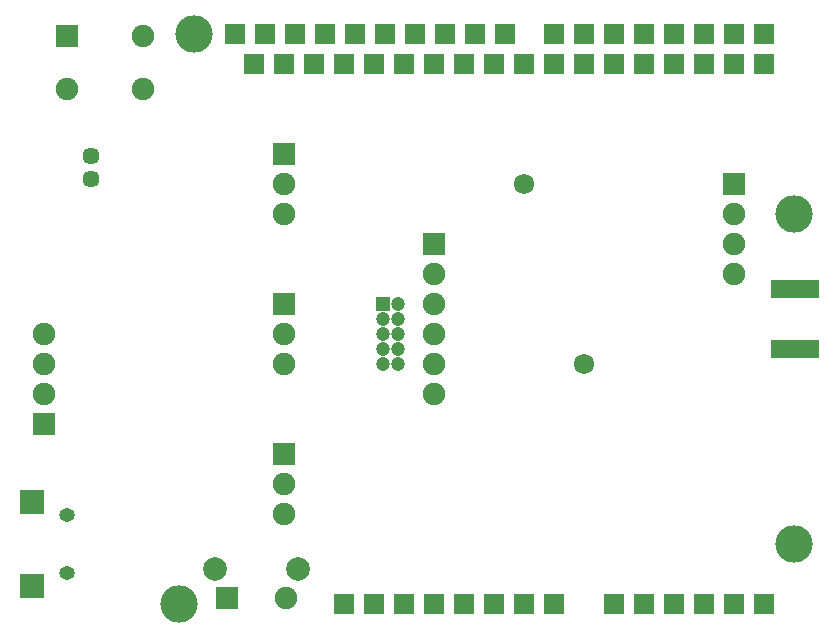
<source format=gbr>
G04 DipTrace 3.3.1.0*
G04 BottomMask.gbr*
%MOMM*%
G04 #@! TF.FileFunction,Soldermask,Bot*
G04 #@! TF.Part,Single*
%ADD23R,4.064X1.524*%
%ADD29R,1.7X1.7*%
%ADD35O,1.35X1.15*%
%ADD37R,2.0X2.1*%
%ADD45C,1.4478*%
%ADD67C,3.175*%
%ADD76C,2.0*%
%ADD79C,1.724*%
%ADD105C,1.2*%
%ADD107R,1.2X1.2*%
%ADD108C,1.9*%
%ADD110R,1.9X1.9*%
%FSLAX35Y35*%
G04*
G71*
G90*
G75*
G01*
G04 BotMask*
%LPD*%
D23*
X6610000Y2416000D3*
Y2924000D3*
D110*
X3556000Y3302000D3*
D108*
Y3048000D3*
Y2794000D3*
Y2540000D3*
Y2286000D3*
Y2032000D3*
D107*
X3121500Y2794000D3*
D105*
Y2667000D3*
Y2540000D3*
Y2413000D3*
Y2286000D3*
X3248500Y2794000D3*
Y2667000D3*
Y2540000D3*
Y2413000D3*
Y2286000D3*
D35*
X450000Y1005000D3*
X450023Y520000D3*
D37*
X150000Y1115000D3*
Y410000D3*
D45*
X650000Y3850000D3*
Y4050000D3*
D110*
X2286000Y1524000D3*
D108*
Y1270000D3*
Y1016000D3*
D110*
Y2794000D3*
D108*
Y2540000D3*
Y2286000D3*
D110*
Y4064000D3*
D108*
Y3810000D3*
Y3556000D3*
D79*
X4318000Y3810000D3*
X4826000Y2286000D3*
D29*
X4064000Y254000D3*
X3556000D3*
X3302000D3*
X3048000D3*
X2794000D3*
X6350000D3*
X6096000D3*
X5842000D3*
X5588000D3*
X5334000D3*
X5080000D3*
X4160520Y5080000D3*
X3906520D3*
X3652520D3*
X3398520D3*
X3144520D3*
X2890520D3*
X2636520D3*
X2379980D3*
X2128520D3*
X1874520D3*
X6350000D3*
X6096000D3*
X5842000D3*
X5588000D3*
X5334000D3*
X5080000D3*
X4826000D3*
X4572000D3*
X3810000Y254000D3*
X4572000D3*
X4318000D3*
D67*
X1397000D3*
X1524000Y5080000D3*
X6604000Y762000D3*
X6600000Y3556000D3*
D29*
X4318000Y4826000D3*
X4064000D3*
X3810000D3*
X3556000D3*
X3302000D3*
X3048000D3*
X2794000D3*
X2537460D3*
X2286000D3*
X2032000D3*
X6350000D3*
X6096000D3*
X5842000D3*
X5588000D3*
X5334000D3*
X5080000D3*
X4826000D3*
X4572000D3*
D110*
X254000Y1778000D3*
D108*
Y2032000D3*
Y2286000D3*
Y2540000D3*
D110*
X6096000Y3810000D3*
D108*
Y3556000D3*
Y3302000D3*
Y3048000D3*
D110*
X445000Y5065000D3*
D108*
Y4615000D3*
X1095000D3*
Y5065000D3*
D110*
X1800000Y302500D3*
D108*
X2300000D3*
D76*
X1700000Y552500D3*
X2400000D3*
M02*

</source>
